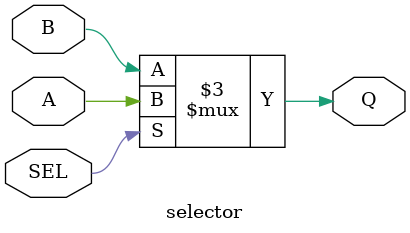
<source format=v>
`timescale 1ns / 1ps


module selector(
    input A,
    input B,
    input SEL,
    output reg Q
    );
    always @(A or B or SEL)
    begin 
        if (SEL)
            Q = A;
        else
            Q = B;
    end 
    
endmodule

</source>
